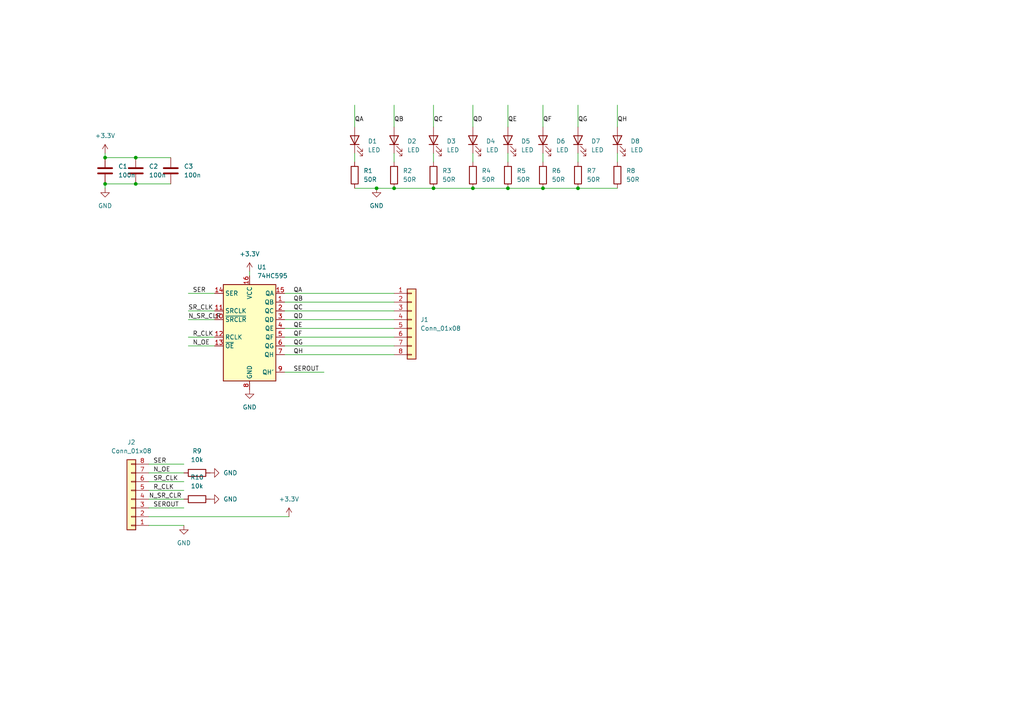
<source format=kicad_sch>
(kicad_sch (version 20230121) (generator eeschema)

  (uuid 9cdf4ec0-1987-41af-894d-e9db28a7c24e)

  (paper "A4")

  (lib_symbols
    (symbol "74xx:74HC595" (in_bom yes) (on_board yes)
      (property "Reference" "U" (at -7.62 13.97 0)
        (effects (font (size 1.27 1.27)))
      )
      (property "Value" "74HC595" (at -7.62 -16.51 0)
        (effects (font (size 1.27 1.27)))
      )
      (property "Footprint" "" (at 0 0 0)
        (effects (font (size 1.27 1.27)) hide)
      )
      (property "Datasheet" "http://www.ti.com/lit/ds/symlink/sn74hc595.pdf" (at 0 0 0)
        (effects (font (size 1.27 1.27)) hide)
      )
      (property "ki_keywords" "HCMOS SR 3State" (at 0 0 0)
        (effects (font (size 1.27 1.27)) hide)
      )
      (property "ki_description" "8-bit serial in/out Shift Register 3-State Outputs" (at 0 0 0)
        (effects (font (size 1.27 1.27)) hide)
      )
      (property "ki_fp_filters" "DIP*W7.62mm* SOIC*3.9x9.9mm*P1.27mm* TSSOP*4.4x5mm*P0.65mm* SOIC*5.3x10.2mm*P1.27mm* SOIC*7.5x10.3mm*P1.27mm*" (at 0 0 0)
        (effects (font (size 1.27 1.27)) hide)
      )
      (symbol "74HC595_1_0"
        (pin tri_state line (at 10.16 7.62 180) (length 2.54)
          (name "QB" (effects (font (size 1.27 1.27))))
          (number "1" (effects (font (size 1.27 1.27))))
        )
        (pin input line (at -10.16 2.54 0) (length 2.54)
          (name "~{SRCLR}" (effects (font (size 1.27 1.27))))
          (number "10" (effects (font (size 1.27 1.27))))
        )
        (pin input line (at -10.16 5.08 0) (length 2.54)
          (name "SRCLK" (effects (font (size 1.27 1.27))))
          (number "11" (effects (font (size 1.27 1.27))))
        )
        (pin input line (at -10.16 -2.54 0) (length 2.54)
          (name "RCLK" (effects (font (size 1.27 1.27))))
          (number "12" (effects (font (size 1.27 1.27))))
        )
        (pin input line (at -10.16 -5.08 0) (length 2.54)
          (name "~{OE}" (effects (font (size 1.27 1.27))))
          (number "13" (effects (font (size 1.27 1.27))))
        )
        (pin input line (at -10.16 10.16 0) (length 2.54)
          (name "SER" (effects (font (size 1.27 1.27))))
          (number "14" (effects (font (size 1.27 1.27))))
        )
        (pin tri_state line (at 10.16 10.16 180) (length 2.54)
          (name "QA" (effects (font (size 1.27 1.27))))
          (number "15" (effects (font (size 1.27 1.27))))
        )
        (pin power_in line (at 0 15.24 270) (length 2.54)
          (name "VCC" (effects (font (size 1.27 1.27))))
          (number "16" (effects (font (size 1.27 1.27))))
        )
        (pin tri_state line (at 10.16 5.08 180) (length 2.54)
          (name "QC" (effects (font (size 1.27 1.27))))
          (number "2" (effects (font (size 1.27 1.27))))
        )
        (pin tri_state line (at 10.16 2.54 180) (length 2.54)
          (name "QD" (effects (font (size 1.27 1.27))))
          (number "3" (effects (font (size 1.27 1.27))))
        )
        (pin tri_state line (at 10.16 0 180) (length 2.54)
          (name "QE" (effects (font (size 1.27 1.27))))
          (number "4" (effects (font (size 1.27 1.27))))
        )
        (pin tri_state line (at 10.16 -2.54 180) (length 2.54)
          (name "QF" (effects (font (size 1.27 1.27))))
          (number "5" (effects (font (size 1.27 1.27))))
        )
        (pin tri_state line (at 10.16 -5.08 180) (length 2.54)
          (name "QG" (effects (font (size 1.27 1.27))))
          (number "6" (effects (font (size 1.27 1.27))))
        )
        (pin tri_state line (at 10.16 -7.62 180) (length 2.54)
          (name "QH" (effects (font (size 1.27 1.27))))
          (number "7" (effects (font (size 1.27 1.27))))
        )
        (pin power_in line (at 0 -17.78 90) (length 2.54)
          (name "GND" (effects (font (size 1.27 1.27))))
          (number "8" (effects (font (size 1.27 1.27))))
        )
        (pin output line (at 10.16 -12.7 180) (length 2.54)
          (name "QH'" (effects (font (size 1.27 1.27))))
          (number "9" (effects (font (size 1.27 1.27))))
        )
      )
      (symbol "74HC595_1_1"
        (rectangle (start -7.62 12.7) (end 7.62 -15.24)
          (stroke (width 0.254) (type default))
          (fill (type background))
        )
      )
    )
    (symbol "Connector_Generic:Conn_01x08" (pin_names (offset 1.016) hide) (in_bom yes) (on_board yes)
      (property "Reference" "J" (at 0 10.16 0)
        (effects (font (size 1.27 1.27)))
      )
      (property "Value" "Conn_01x08" (at 0 -12.7 0)
        (effects (font (size 1.27 1.27)))
      )
      (property "Footprint" "" (at 0 0 0)
        (effects (font (size 1.27 1.27)) hide)
      )
      (property "Datasheet" "~" (at 0 0 0)
        (effects (font (size 1.27 1.27)) hide)
      )
      (property "ki_keywords" "connector" (at 0 0 0)
        (effects (font (size 1.27 1.27)) hide)
      )
      (property "ki_description" "Generic connector, single row, 01x08, script generated (kicad-library-utils/schlib/autogen/connector/)" (at 0 0 0)
        (effects (font (size 1.27 1.27)) hide)
      )
      (property "ki_fp_filters" "Connector*:*_1x??_*" (at 0 0 0)
        (effects (font (size 1.27 1.27)) hide)
      )
      (symbol "Conn_01x08_1_1"
        (rectangle (start -1.27 -10.033) (end 0 -10.287)
          (stroke (width 0.1524) (type default))
          (fill (type none))
        )
        (rectangle (start -1.27 -7.493) (end 0 -7.747)
          (stroke (width 0.1524) (type default))
          (fill (type none))
        )
        (rectangle (start -1.27 -4.953) (end 0 -5.207)
          (stroke (width 0.1524) (type default))
          (fill (type none))
        )
        (rectangle (start -1.27 -2.413) (end 0 -2.667)
          (stroke (width 0.1524) (type default))
          (fill (type none))
        )
        (rectangle (start -1.27 0.127) (end 0 -0.127)
          (stroke (width 0.1524) (type default))
          (fill (type none))
        )
        (rectangle (start -1.27 2.667) (end 0 2.413)
          (stroke (width 0.1524) (type default))
          (fill (type none))
        )
        (rectangle (start -1.27 5.207) (end 0 4.953)
          (stroke (width 0.1524) (type default))
          (fill (type none))
        )
        (rectangle (start -1.27 7.747) (end 0 7.493)
          (stroke (width 0.1524) (type default))
          (fill (type none))
        )
        (rectangle (start -1.27 8.89) (end 1.27 -11.43)
          (stroke (width 0.254) (type default))
          (fill (type background))
        )
        (pin passive line (at -5.08 7.62 0) (length 3.81)
          (name "Pin_1" (effects (font (size 1.27 1.27))))
          (number "1" (effects (font (size 1.27 1.27))))
        )
        (pin passive line (at -5.08 5.08 0) (length 3.81)
          (name "Pin_2" (effects (font (size 1.27 1.27))))
          (number "2" (effects (font (size 1.27 1.27))))
        )
        (pin passive line (at -5.08 2.54 0) (length 3.81)
          (name "Pin_3" (effects (font (size 1.27 1.27))))
          (number "3" (effects (font (size 1.27 1.27))))
        )
        (pin passive line (at -5.08 0 0) (length 3.81)
          (name "Pin_4" (effects (font (size 1.27 1.27))))
          (number "4" (effects (font (size 1.27 1.27))))
        )
        (pin passive line (at -5.08 -2.54 0) (length 3.81)
          (name "Pin_5" (effects (font (size 1.27 1.27))))
          (number "5" (effects (font (size 1.27 1.27))))
        )
        (pin passive line (at -5.08 -5.08 0) (length 3.81)
          (name "Pin_6" (effects (font (size 1.27 1.27))))
          (number "6" (effects (font (size 1.27 1.27))))
        )
        (pin passive line (at -5.08 -7.62 0) (length 3.81)
          (name "Pin_7" (effects (font (size 1.27 1.27))))
          (number "7" (effects (font (size 1.27 1.27))))
        )
        (pin passive line (at -5.08 -10.16 0) (length 3.81)
          (name "Pin_8" (effects (font (size 1.27 1.27))))
          (number "8" (effects (font (size 1.27 1.27))))
        )
      )
    )
    (symbol "Device:C" (pin_numbers hide) (pin_names (offset 0.254)) (in_bom yes) (on_board yes)
      (property "Reference" "C" (at 0.635 2.54 0)
        (effects (font (size 1.27 1.27)) (justify left))
      )
      (property "Value" "C" (at 0.635 -2.54 0)
        (effects (font (size 1.27 1.27)) (justify left))
      )
      (property "Footprint" "" (at 0.9652 -3.81 0)
        (effects (font (size 1.27 1.27)) hide)
      )
      (property "Datasheet" "~" (at 0 0 0)
        (effects (font (size 1.27 1.27)) hide)
      )
      (property "ki_keywords" "cap capacitor" (at 0 0 0)
        (effects (font (size 1.27 1.27)) hide)
      )
      (property "ki_description" "Unpolarized capacitor" (at 0 0 0)
        (effects (font (size 1.27 1.27)) hide)
      )
      (property "ki_fp_filters" "C_*" (at 0 0 0)
        (effects (font (size 1.27 1.27)) hide)
      )
      (symbol "C_0_1"
        (polyline
          (pts
            (xy -2.032 -0.762)
            (xy 2.032 -0.762)
          )
          (stroke (width 0.508) (type default))
          (fill (type none))
        )
        (polyline
          (pts
            (xy -2.032 0.762)
            (xy 2.032 0.762)
          )
          (stroke (width 0.508) (type default))
          (fill (type none))
        )
      )
      (symbol "C_1_1"
        (pin passive line (at 0 3.81 270) (length 2.794)
          (name "~" (effects (font (size 1.27 1.27))))
          (number "1" (effects (font (size 1.27 1.27))))
        )
        (pin passive line (at 0 -3.81 90) (length 2.794)
          (name "~" (effects (font (size 1.27 1.27))))
          (number "2" (effects (font (size 1.27 1.27))))
        )
      )
    )
    (symbol "Device:LED" (pin_numbers hide) (pin_names (offset 1.016) hide) (in_bom yes) (on_board yes)
      (property "Reference" "D" (at 0 2.54 0)
        (effects (font (size 1.27 1.27)))
      )
      (property "Value" "LED" (at 0 -2.54 0)
        (effects (font (size 1.27 1.27)))
      )
      (property "Footprint" "" (at 0 0 0)
        (effects (font (size 1.27 1.27)) hide)
      )
      (property "Datasheet" "~" (at 0 0 0)
        (effects (font (size 1.27 1.27)) hide)
      )
      (property "ki_keywords" "LED diode" (at 0 0 0)
        (effects (font (size 1.27 1.27)) hide)
      )
      (property "ki_description" "Light emitting diode" (at 0 0 0)
        (effects (font (size 1.27 1.27)) hide)
      )
      (property "ki_fp_filters" "LED* LED_SMD:* LED_THT:*" (at 0 0 0)
        (effects (font (size 1.27 1.27)) hide)
      )
      (symbol "LED_0_1"
        (polyline
          (pts
            (xy -1.27 -1.27)
            (xy -1.27 1.27)
          )
          (stroke (width 0.254) (type default))
          (fill (type none))
        )
        (polyline
          (pts
            (xy -1.27 0)
            (xy 1.27 0)
          )
          (stroke (width 0) (type default))
          (fill (type none))
        )
        (polyline
          (pts
            (xy 1.27 -1.27)
            (xy 1.27 1.27)
            (xy -1.27 0)
            (xy 1.27 -1.27)
          )
          (stroke (width 0.254) (type default))
          (fill (type none))
        )
        (polyline
          (pts
            (xy -3.048 -0.762)
            (xy -4.572 -2.286)
            (xy -3.81 -2.286)
            (xy -4.572 -2.286)
            (xy -4.572 -1.524)
          )
          (stroke (width 0) (type default))
          (fill (type none))
        )
        (polyline
          (pts
            (xy -1.778 -0.762)
            (xy -3.302 -2.286)
            (xy -2.54 -2.286)
            (xy -3.302 -2.286)
            (xy -3.302 -1.524)
          )
          (stroke (width 0) (type default))
          (fill (type none))
        )
      )
      (symbol "LED_1_1"
        (pin passive line (at -3.81 0 0) (length 2.54)
          (name "K" (effects (font (size 1.27 1.27))))
          (number "1" (effects (font (size 1.27 1.27))))
        )
        (pin passive line (at 3.81 0 180) (length 2.54)
          (name "A" (effects (font (size 1.27 1.27))))
          (number "2" (effects (font (size 1.27 1.27))))
        )
      )
    )
    (symbol "Device:R" (pin_numbers hide) (pin_names (offset 0)) (in_bom yes) (on_board yes)
      (property "Reference" "R" (at 2.032 0 90)
        (effects (font (size 1.27 1.27)))
      )
      (property "Value" "R" (at 0 0 90)
        (effects (font (size 1.27 1.27)))
      )
      (property "Footprint" "" (at -1.778 0 90)
        (effects (font (size 1.27 1.27)) hide)
      )
      (property "Datasheet" "~" (at 0 0 0)
        (effects (font (size 1.27 1.27)) hide)
      )
      (property "ki_keywords" "R res resistor" (at 0 0 0)
        (effects (font (size 1.27 1.27)) hide)
      )
      (property "ki_description" "Resistor" (at 0 0 0)
        (effects (font (size 1.27 1.27)) hide)
      )
      (property "ki_fp_filters" "R_*" (at 0 0 0)
        (effects (font (size 1.27 1.27)) hide)
      )
      (symbol "R_0_1"
        (rectangle (start -1.016 -2.54) (end 1.016 2.54)
          (stroke (width 0.254) (type default))
          (fill (type none))
        )
      )
      (symbol "R_1_1"
        (pin passive line (at 0 3.81 270) (length 1.27)
          (name "~" (effects (font (size 1.27 1.27))))
          (number "1" (effects (font (size 1.27 1.27))))
        )
        (pin passive line (at 0 -3.81 90) (length 1.27)
          (name "~" (effects (font (size 1.27 1.27))))
          (number "2" (effects (font (size 1.27 1.27))))
        )
      )
    )
    (symbol "power:+3.3V" (power) (pin_names (offset 0)) (in_bom yes) (on_board yes)
      (property "Reference" "#PWR" (at 0 -3.81 0)
        (effects (font (size 1.27 1.27)) hide)
      )
      (property "Value" "+3.3V" (at 0 3.556 0)
        (effects (font (size 1.27 1.27)))
      )
      (property "Footprint" "" (at 0 0 0)
        (effects (font (size 1.27 1.27)) hide)
      )
      (property "Datasheet" "" (at 0 0 0)
        (effects (font (size 1.27 1.27)) hide)
      )
      (property "ki_keywords" "global power" (at 0 0 0)
        (effects (font (size 1.27 1.27)) hide)
      )
      (property "ki_description" "Power symbol creates a global label with name \"+3.3V\"" (at 0 0 0)
        (effects (font (size 1.27 1.27)) hide)
      )
      (symbol "+3.3V_0_1"
        (polyline
          (pts
            (xy -0.762 1.27)
            (xy 0 2.54)
          )
          (stroke (width 0) (type default))
          (fill (type none))
        )
        (polyline
          (pts
            (xy 0 0)
            (xy 0 2.54)
          )
          (stroke (width 0) (type default))
          (fill (type none))
        )
        (polyline
          (pts
            (xy 0 2.54)
            (xy 0.762 1.27)
          )
          (stroke (width 0) (type default))
          (fill (type none))
        )
      )
      (symbol "+3.3V_1_1"
        (pin power_in line (at 0 0 90) (length 0) hide
          (name "+3.3V" (effects (font (size 1.27 1.27))))
          (number "1" (effects (font (size 1.27 1.27))))
        )
      )
    )
    (symbol "power:GND" (power) (pin_names (offset 0)) (in_bom yes) (on_board yes)
      (property "Reference" "#PWR" (at 0 -6.35 0)
        (effects (font (size 1.27 1.27)) hide)
      )
      (property "Value" "GND" (at 0 -3.81 0)
        (effects (font (size 1.27 1.27)))
      )
      (property "Footprint" "" (at 0 0 0)
        (effects (font (size 1.27 1.27)) hide)
      )
      (property "Datasheet" "" (at 0 0 0)
        (effects (font (size 1.27 1.27)) hide)
      )
      (property "ki_keywords" "global power" (at 0 0 0)
        (effects (font (size 1.27 1.27)) hide)
      )
      (property "ki_description" "Power symbol creates a global label with name \"GND\" , ground" (at 0 0 0)
        (effects (font (size 1.27 1.27)) hide)
      )
      (symbol "GND_0_1"
        (polyline
          (pts
            (xy 0 0)
            (xy 0 -1.27)
            (xy 1.27 -1.27)
            (xy 0 -2.54)
            (xy -1.27 -1.27)
            (xy 0 -1.27)
          )
          (stroke (width 0) (type default))
          (fill (type none))
        )
      )
      (symbol "GND_1_1"
        (pin power_in line (at 0 0 270) (length 0) hide
          (name "GND" (effects (font (size 1.27 1.27))))
          (number "1" (effects (font (size 1.27 1.27))))
        )
      )
    )
  )

  (junction (at 167.64 54.61) (diameter 0) (color 0 0 0 0)
    (uuid 07f380e8-345c-45ec-b755-29b182e92f50)
  )
  (junction (at 125.73 54.61) (diameter 0) (color 0 0 0 0)
    (uuid 0faf14c6-1db7-4458-babe-9a7869fa988e)
  )
  (junction (at 39.37 53.34) (diameter 0) (color 0 0 0 0)
    (uuid 1fda0d5c-b8a0-434c-baff-d272451961ce)
  )
  (junction (at 30.48 45.72) (diameter 0) (color 0 0 0 0)
    (uuid 1ffe812e-dd89-4838-9603-2d3066225184)
  )
  (junction (at 114.3 54.61) (diameter 0) (color 0 0 0 0)
    (uuid 307bf0a9-3c17-4db8-8308-0dcf8a942038)
  )
  (junction (at 30.48 53.34) (diameter 0) (color 0 0 0 0)
    (uuid 6da7b7af-00bf-4c7d-9395-d3c5bb0af00c)
  )
  (junction (at 137.16 54.61) (diameter 0) (color 0 0 0 0)
    (uuid a54e4b79-1898-4ec4-b31d-ebaf24767778)
  )
  (junction (at 109.22 54.61) (diameter 0) (color 0 0 0 0)
    (uuid cbca58dc-39fb-4ba6-8041-c01608000119)
  )
  (junction (at 147.32 54.61) (diameter 0) (color 0 0 0 0)
    (uuid ccdec1f4-fa9f-4fed-bc38-eaa61479434e)
  )
  (junction (at 39.37 45.72) (diameter 0) (color 0 0 0 0)
    (uuid df99a7cb-5789-4a90-bae5-8f9ecd892e1b)
  )
  (junction (at 157.48 54.61) (diameter 0) (color 0 0 0 0)
    (uuid fa3f4009-062b-440f-a444-975876b587d5)
  )

  (wire (pts (xy 82.55 92.71) (xy 114.3 92.71))
    (stroke (width 0) (type default))
    (uuid 0268950f-3d08-46e3-bdc4-7c34e5543f28)
  )
  (wire (pts (xy 167.64 30.48) (xy 167.64 36.83))
    (stroke (width 0) (type default))
    (uuid 029795c9-d120-431d-8f7e-2a05e6068c68)
  )
  (wire (pts (xy 125.73 44.45) (xy 125.73 46.99))
    (stroke (width 0) (type default))
    (uuid 0fe5b9b9-2c55-42e7-9825-11d9c7164367)
  )
  (wire (pts (xy 43.18 142.24) (xy 53.34 142.24))
    (stroke (width 0) (type default))
    (uuid 19018f19-7125-4aca-b762-154422a1ca74)
  )
  (wire (pts (xy 54.61 92.71) (xy 62.23 92.71))
    (stroke (width 0) (type default))
    (uuid 19d148d8-dfee-4625-9b26-29a92f75acea)
  )
  (wire (pts (xy 137.16 44.45) (xy 137.16 46.99))
    (stroke (width 0) (type default))
    (uuid 1b6d3899-654a-4f23-a70a-5e0e51d3e8e0)
  )
  (wire (pts (xy 82.55 100.33) (xy 114.3 100.33))
    (stroke (width 0) (type default))
    (uuid 1bc7ec40-0ea2-4c8a-8cac-1fb4996e53ab)
  )
  (wire (pts (xy 137.16 30.48) (xy 137.16 36.83))
    (stroke (width 0) (type default))
    (uuid 23f26bbc-016d-42f2-890d-eca58ae4875e)
  )
  (wire (pts (xy 109.22 54.61) (xy 114.3 54.61))
    (stroke (width 0) (type default))
    (uuid 332d2554-d006-405d-9b17-7252fc86b39c)
  )
  (wire (pts (xy 147.32 54.61) (xy 157.48 54.61))
    (stroke (width 0) (type default))
    (uuid 35a6b18c-e95d-4735-9c7b-0fc32b4f4bb9)
  )
  (wire (pts (xy 43.18 139.7) (xy 53.34 139.7))
    (stroke (width 0) (type default))
    (uuid 36d2cac4-7466-4313-a0a8-615c40274a28)
  )
  (wire (pts (xy 72.39 78.74) (xy 72.39 80.01))
    (stroke (width 0) (type default))
    (uuid 3950b2b1-a143-4187-9eff-e6d906e9d8d0)
  )
  (wire (pts (xy 82.55 97.79) (xy 114.3 97.79))
    (stroke (width 0) (type default))
    (uuid 3e3e1f52-4b08-44ca-901e-432ada3f2749)
  )
  (wire (pts (xy 147.32 44.45) (xy 147.32 46.99))
    (stroke (width 0) (type default))
    (uuid 45256258-0f70-4d0c-b98b-737c23fb4e54)
  )
  (wire (pts (xy 30.48 53.34) (xy 30.48 54.61))
    (stroke (width 0) (type default))
    (uuid 4a3d6820-7e03-4171-98c1-186e2300d5bb)
  )
  (wire (pts (xy 179.07 30.48) (xy 179.07 36.83))
    (stroke (width 0) (type default))
    (uuid 526e636e-6b20-4cd4-bef8-082b9d8abc0e)
  )
  (wire (pts (xy 114.3 54.61) (xy 125.73 54.61))
    (stroke (width 0) (type default))
    (uuid 5670e383-01ea-4121-97e4-2deb1581d114)
  )
  (wire (pts (xy 30.48 45.72) (xy 30.48 44.45))
    (stroke (width 0) (type default))
    (uuid 59449ee6-5df0-4a2a-9870-8863d7c87670)
  )
  (wire (pts (xy 43.18 134.62) (xy 53.34 134.62))
    (stroke (width 0) (type default))
    (uuid 59fd66e9-1b28-418c-b5d5-6f66dd35613f)
  )
  (wire (pts (xy 82.55 107.95) (xy 93.98 107.95))
    (stroke (width 0) (type default))
    (uuid 5d5ec5c3-18fe-4499-80c3-9d47291eef76)
  )
  (wire (pts (xy 43.18 149.86) (xy 83.82 149.86))
    (stroke (width 0) (type default))
    (uuid 5f969469-ccf5-4e73-a1fa-d344919b3b43)
  )
  (wire (pts (xy 157.48 54.61) (xy 167.64 54.61))
    (stroke (width 0) (type default))
    (uuid 5fc1a020-a788-4ea6-b4e8-80453c76bf83)
  )
  (wire (pts (xy 54.61 90.17) (xy 62.23 90.17))
    (stroke (width 0) (type default))
    (uuid 61295359-2d7b-4b23-8f2d-9347f47c21e8)
  )
  (wire (pts (xy 54.61 97.79) (xy 62.23 97.79))
    (stroke (width 0) (type default))
    (uuid 6a22ac76-6cda-4846-a670-8222d161605d)
  )
  (wire (pts (xy 54.61 85.09) (xy 62.23 85.09))
    (stroke (width 0) (type default))
    (uuid 71cc78c0-c92f-41a7-8332-7d2a0b3ea45c)
  )
  (wire (pts (xy 157.48 30.48) (xy 157.48 36.83))
    (stroke (width 0) (type default))
    (uuid 7746acd9-0d73-4260-b540-718b8d689e38)
  )
  (wire (pts (xy 49.53 53.34) (xy 39.37 53.34))
    (stroke (width 0) (type default))
    (uuid 7f3550d2-309d-4ee2-a610-c1311e16e9a6)
  )
  (wire (pts (xy 114.3 44.45) (xy 114.3 46.99))
    (stroke (width 0) (type default))
    (uuid 7ff620eb-cc0c-46fd-b4d4-dfd10cf8af6a)
  )
  (wire (pts (xy 39.37 45.72) (xy 30.48 45.72))
    (stroke (width 0) (type default))
    (uuid 8006bf34-91a8-4bdf-8561-895447d02a6d)
  )
  (wire (pts (xy 102.87 30.48) (xy 102.87 36.83))
    (stroke (width 0) (type default))
    (uuid 8904e799-6339-4bd7-8556-918c735a75aa)
  )
  (wire (pts (xy 102.87 44.45) (xy 102.87 46.99))
    (stroke (width 0) (type default))
    (uuid 8a0758ff-ea18-4a8b-a5e1-ae15046cff40)
  )
  (wire (pts (xy 114.3 30.48) (xy 114.3 36.83))
    (stroke (width 0) (type default))
    (uuid 959c512e-d218-484a-8f57-6a2fa8747a4f)
  )
  (wire (pts (xy 43.18 144.78) (xy 53.34 144.78))
    (stroke (width 0) (type default))
    (uuid 979c8e71-7553-4f44-9220-4244e7bb0758)
  )
  (wire (pts (xy 82.55 85.09) (xy 114.3 85.09))
    (stroke (width 0) (type default))
    (uuid 9fc49859-d1d2-44ed-896f-0fce45a440e4)
  )
  (wire (pts (xy 43.18 147.32) (xy 53.34 147.32))
    (stroke (width 0) (type default))
    (uuid a30ac95e-0fb2-4563-ab69-2d4eec484d71)
  )
  (wire (pts (xy 167.64 54.61) (xy 179.07 54.61))
    (stroke (width 0) (type default))
    (uuid a66987f5-37f8-4ef9-8339-b6b5742290e6)
  )
  (wire (pts (xy 125.73 54.61) (xy 137.16 54.61))
    (stroke (width 0) (type default))
    (uuid a725b1f2-5690-45ad-bb89-563e3c9e5fd7)
  )
  (wire (pts (xy 49.53 45.72) (xy 39.37 45.72))
    (stroke (width 0) (type default))
    (uuid bd2db7e6-e6e2-44f9-b46f-c87c244142a8)
  )
  (wire (pts (xy 54.61 100.33) (xy 62.23 100.33))
    (stroke (width 0) (type default))
    (uuid bd624b45-c6ee-4194-be48-9d96827a2415)
  )
  (wire (pts (xy 43.18 137.16) (xy 53.34 137.16))
    (stroke (width 0) (type default))
    (uuid c0bb6ce1-8ca0-4333-9a7b-6ea02c2be345)
  )
  (wire (pts (xy 43.18 152.4) (xy 53.34 152.4))
    (stroke (width 0) (type default))
    (uuid c2d41620-0220-4703-b955-bfd44ad879d4)
  )
  (wire (pts (xy 125.73 30.48) (xy 125.73 36.83))
    (stroke (width 0) (type default))
    (uuid c577c9ff-4f5c-4f8e-a70a-923df55acd77)
  )
  (wire (pts (xy 82.55 95.25) (xy 114.3 95.25))
    (stroke (width 0) (type default))
    (uuid c7ea1f6f-69b8-400c-acb3-cfc1b0d3c551)
  )
  (wire (pts (xy 167.64 44.45) (xy 167.64 46.99))
    (stroke (width 0) (type default))
    (uuid c90622db-d964-4c1a-9a7e-a705dea7c41f)
  )
  (wire (pts (xy 137.16 54.61) (xy 147.32 54.61))
    (stroke (width 0) (type default))
    (uuid cd79b0f4-55c7-443e-9248-2f427bd2061f)
  )
  (wire (pts (xy 102.87 54.61) (xy 109.22 54.61))
    (stroke (width 0) (type default))
    (uuid dd70ee7a-3ccf-48f8-9222-89fb86684098)
  )
  (wire (pts (xy 82.55 87.63) (xy 114.3 87.63))
    (stroke (width 0) (type default))
    (uuid e60ac069-e06c-4f19-9c93-d01b262f1182)
  )
  (wire (pts (xy 147.32 30.48) (xy 147.32 36.83))
    (stroke (width 0) (type default))
    (uuid e6d0daec-9686-43e2-8c2b-e8e219a60ff7)
  )
  (wire (pts (xy 82.55 102.87) (xy 114.3 102.87))
    (stroke (width 0) (type default))
    (uuid ee3fe12e-ec26-4d02-91ee-fe4dd0c93f86)
  )
  (wire (pts (xy 179.07 44.45) (xy 179.07 46.99))
    (stroke (width 0) (type default))
    (uuid f2438a18-8754-4ed1-8c6f-19208958c820)
  )
  (wire (pts (xy 82.55 90.17) (xy 114.3 90.17))
    (stroke (width 0) (type default))
    (uuid f42979b3-aa29-4afd-b7d5-41cb57942d45)
  )
  (wire (pts (xy 39.37 53.34) (xy 30.48 53.34))
    (stroke (width 0) (type default))
    (uuid f8358ad6-eaac-4887-be9b-339ab0e2b424)
  )
  (wire (pts (xy 157.48 44.45) (xy 157.48 46.99))
    (stroke (width 0) (type default))
    (uuid f8ccc00c-1547-4ff2-864f-c07a859193bd)
  )

  (label "SR_CLK" (at 44.45 139.7 0) (fields_autoplaced)
    (effects (font (size 1.27 1.27)) (justify left bottom))
    (uuid 004967dd-3820-4126-ac86-2f044fb88071)
  )
  (label "QC" (at 85.09 90.17 0) (fields_autoplaced)
    (effects (font (size 1.27 1.27)) (justify left bottom))
    (uuid 04b7752e-3aac-4ded-b449-bd31f484237d)
  )
  (label "N_SR_CLR" (at 43.18 144.78 0) (fields_autoplaced)
    (effects (font (size 1.27 1.27)) (justify left bottom))
    (uuid 077aec61-37a9-44be-b61c-56e4cb90049d)
  )
  (label "QG" (at 85.09 100.33 0) (fields_autoplaced)
    (effects (font (size 1.27 1.27)) (justify left bottom))
    (uuid 0b5d512d-dd0a-460d-9f31-f0e507f4a7af)
  )
  (label "QE" (at 147.32 35.56 0) (fields_autoplaced)
    (effects (font (size 1.27 1.27)) (justify left bottom))
    (uuid 19eb7c9d-8738-4095-9f00-fd21fa2f181c)
  )
  (label "SEROUT" (at 44.45 147.32 0) (fields_autoplaced)
    (effects (font (size 1.27 1.27)) (justify left bottom))
    (uuid 2175b82d-2ec0-4889-80ba-954e5dfea5e6)
  )
  (label "N_OE" (at 55.88 100.33 0) (fields_autoplaced)
    (effects (font (size 1.27 1.27)) (justify left bottom))
    (uuid 2b362b1a-4788-4e1c-9f18-17528290fff0)
  )
  (label "SER" (at 55.88 85.09 0) (fields_autoplaced)
    (effects (font (size 1.27 1.27)) (justify left bottom))
    (uuid 33429334-5433-4f13-bfd3-4ffa04290418)
  )
  (label "QG" (at 167.64 35.56 0) (fields_autoplaced)
    (effects (font (size 1.27 1.27)) (justify left bottom))
    (uuid 3b4b5806-06c4-4f9c-857b-3b938c14a2da)
  )
  (label "QC" (at 125.73 35.56 0) (fields_autoplaced)
    (effects (font (size 1.27 1.27)) (justify left bottom))
    (uuid 3e991c7d-72a3-4595-9df9-2e9eda964391)
  )
  (label "QF" (at 85.09 97.79 0) (fields_autoplaced)
    (effects (font (size 1.27 1.27)) (justify left bottom))
    (uuid 40cd3866-05ff-43fb-825c-811ad5d41e14)
  )
  (label "QF" (at 157.48 35.56 0) (fields_autoplaced)
    (effects (font (size 1.27 1.27)) (justify left bottom))
    (uuid 427e87d8-cce9-4fbf-8510-74c915b08711)
  )
  (label "SR_CLK" (at 54.61 90.17 0) (fields_autoplaced)
    (effects (font (size 1.27 1.27)) (justify left bottom))
    (uuid 439ecaf1-3625-465f-9157-5ef1f70749c9)
  )
  (label "QA" (at 85.09 85.09 0) (fields_autoplaced)
    (effects (font (size 1.27 1.27)) (justify left bottom))
    (uuid 548ebbd5-af42-4449-953d-322281ec751f)
  )
  (label "QB" (at 85.09 87.63 0) (fields_autoplaced)
    (effects (font (size 1.27 1.27)) (justify left bottom))
    (uuid 5df3c735-1996-4b6a-8d89-8ed087599a2f)
  )
  (label "QA" (at 102.87 35.56 0) (fields_autoplaced)
    (effects (font (size 1.27 1.27)) (justify left bottom))
    (uuid 6a08a0be-91a4-487f-bad1-e45b77a52bdb)
  )
  (label "QD" (at 137.16 35.56 0) (fields_autoplaced)
    (effects (font (size 1.27 1.27)) (justify left bottom))
    (uuid 6f094bb4-20e9-48a7-8a8d-d3fd7d9c62e0)
  )
  (label "N_SR_CLR" (at 54.61 92.71 0) (fields_autoplaced)
    (effects (font (size 1.27 1.27)) (justify left bottom))
    (uuid 83c8e86c-d766-4785-8cec-ea0c8f278eab)
  )
  (label "R_CLK" (at 55.88 97.79 0) (fields_autoplaced)
    (effects (font (size 1.27 1.27)) (justify left bottom))
    (uuid a807fe8c-5dd1-48b6-8a8c-de58d2248eb3)
  )
  (label "N_OE" (at 44.45 137.16 0) (fields_autoplaced)
    (effects (font (size 1.27 1.27)) (justify left bottom))
    (uuid ab46eebb-b7b5-43e2-b4af-9179b46293b3)
  )
  (label "SER" (at 44.45 134.62 0) (fields_autoplaced)
    (effects (font (size 1.27 1.27)) (justify left bottom))
    (uuid ab6352c7-2d2e-4f9e-a414-b96afcde488e)
  )
  (label "QB" (at 114.3 35.56 0) (fields_autoplaced)
    (effects (font (size 1.27 1.27)) (justify left bottom))
    (uuid b25b6791-5766-4663-ab8a-2b55a18a87da)
  )
  (label "QH" (at 179.07 35.56 0) (fields_autoplaced)
    (effects (font (size 1.27 1.27)) (justify left bottom))
    (uuid c0215d6c-7db4-4d05-a00e-0a2de56958a5)
  )
  (label "SEROUT" (at 85.09 107.95 0) (fields_autoplaced)
    (effects (font (size 1.27 1.27)) (justify left bottom))
    (uuid df41ed86-a260-4ba8-b33a-5449650848e4)
  )
  (label "QE" (at 85.09 95.25 0) (fields_autoplaced)
    (effects (font (size 1.27 1.27)) (justify left bottom))
    (uuid e0f5f82c-b0b0-497f-8a1c-cf1deb204732)
  )
  (label "QH" (at 85.09 102.87 0) (fields_autoplaced)
    (effects (font (size 1.27 1.27)) (justify left bottom))
    (uuid e3574ea7-5631-47b4-8ee6-c827c25d0e31)
  )
  (label "QD" (at 85.09 92.71 0) (fields_autoplaced)
    (effects (font (size 1.27 1.27)) (justify left bottom))
    (uuid edf8cf8a-06a5-46df-a524-f72d45cb9bd0)
  )
  (label "R_CLK" (at 44.45 142.24 0) (fields_autoplaced)
    (effects (font (size 1.27 1.27)) (justify left bottom))
    (uuid f19b1c4b-85ee-4845-99fd-31f7d2bb482d)
  )

  (symbol (lib_id "Connector_Generic:Conn_01x08") (at 119.38 92.71 0) (unit 1)
    (in_bom yes) (on_board yes) (dnp no) (fields_autoplaced)
    (uuid 01b82a84-b490-4437-9ccf-458c5a543bb6)
    (property "Reference" "J1" (at 121.92 92.71 0)
      (effects (font (size 1.27 1.27)) (justify left))
    )
    (property "Value" "Conn_01x08" (at 121.92 95.25 0)
      (effects (font (size 1.27 1.27)) (justify left))
    )
    (property "Footprint" "Connector_PinHeader_2.54mm:PinHeader_1x08_P2.54mm_Vertical" (at 119.38 92.71 0)
      (effects (font (size 1.27 1.27)) hide)
    )
    (property "Datasheet" "~" (at 119.38 92.71 0)
      (effects (font (size 1.27 1.27)) hide)
    )
    (pin "1" (uuid b9231424-f270-44d5-9d16-3b2da87cfe69))
    (pin "2" (uuid f38dd193-14b3-4021-baf3-c98f5875c792))
    (pin "3" (uuid 7dc74abf-f16c-453a-964c-bc0249cf9d08))
    (pin "4" (uuid b9455b66-78c8-4a78-9942-726a772c487d))
    (pin "5" (uuid f3c97feb-744f-45ec-83af-4ab98f4ac9a1))
    (pin "6" (uuid 564f6dd7-582b-44eb-8b50-f922a9abe44d))
    (pin "7" (uuid 803454d7-1aeb-4748-88ec-1642b9775ffa))
    (pin "8" (uuid 24c61f66-28b7-4d5e-85f9-12c98c5560ea))
    (instances
      (project "test_sr"
        (path "/9cdf4ec0-1987-41af-894d-e9db28a7c24e"
          (reference "J1") (unit 1)
        )
      )
    )
  )

  (symbol (lib_id "Device:LED") (at 125.73 40.64 90) (unit 1)
    (in_bom yes) (on_board yes) (dnp no) (fields_autoplaced)
    (uuid 11e8253f-fc41-4989-a76d-3f03eba3e0be)
    (property "Reference" "D3" (at 129.54 40.9575 90)
      (effects (font (size 1.27 1.27)) (justify right))
    )
    (property "Value" "LED" (at 129.54 43.4975 90)
      (effects (font (size 1.27 1.27)) (justify right))
    )
    (property "Footprint" "LED_SMD:LED_0603_1608Metric" (at 125.73 40.64 0)
      (effects (font (size 1.27 1.27)) hide)
    )
    (property "Datasheet" "~" (at 125.73 40.64 0)
      (effects (font (size 1.27 1.27)) hide)
    )
    (property "LCSC" "C72041" (at 129.54 40.9575 0)
      (effects (font (size 1.27 1.27)) hide)
    )
    (pin "1" (uuid c34676db-d9cb-4e86-9a28-dcf52d31a865))
    (pin "2" (uuid cad88068-402f-46f8-9cd9-857a78bf132d))
    (instances
      (project "test_sr"
        (path "/9cdf4ec0-1987-41af-894d-e9db28a7c24e"
          (reference "D3") (unit 1)
        )
      )
    )
  )

  (symbol (lib_id "power:+3.3V") (at 30.48 44.45 0) (unit 1)
    (in_bom yes) (on_board yes) (dnp no) (fields_autoplaced)
    (uuid 130a319d-f36c-45b4-9b85-156540ff1b89)
    (property "Reference" "#PWR01" (at 30.48 48.26 0)
      (effects (font (size 1.27 1.27)) hide)
    )
    (property "Value" "+3.3V" (at 30.48 39.37 0)
      (effects (font (size 1.27 1.27)))
    )
    (property "Footprint" "" (at 30.48 44.45 0)
      (effects (font (size 1.27 1.27)) hide)
    )
    (property "Datasheet" "" (at 30.48 44.45 0)
      (effects (font (size 1.27 1.27)) hide)
    )
    (pin "1" (uuid 6db1f808-1d23-407d-830f-77824a51ca97))
    (instances
      (project "test_sr"
        (path "/9cdf4ec0-1987-41af-894d-e9db28a7c24e"
          (reference "#PWR01") (unit 1)
        )
      )
    )
  )

  (symbol (lib_id "Device:LED") (at 114.3 40.64 90) (unit 1)
    (in_bom yes) (on_board yes) (dnp no) (fields_autoplaced)
    (uuid 21a3dd47-f637-448a-b2d1-3cd57390fce7)
    (property "Reference" "D2" (at 118.11 40.9575 90)
      (effects (font (size 1.27 1.27)) (justify right))
    )
    (property "Value" "LED" (at 118.11 43.4975 90)
      (effects (font (size 1.27 1.27)) (justify right))
    )
    (property "Footprint" "LED_SMD:LED_0603_1608Metric" (at 114.3 40.64 0)
      (effects (font (size 1.27 1.27)) hide)
    )
    (property "Datasheet" "~" (at 114.3 40.64 0)
      (effects (font (size 1.27 1.27)) hide)
    )
    (property "LCSC" "C72041" (at 118.11 40.9575 0)
      (effects (font (size 1.27 1.27)) hide)
    )
    (pin "1" (uuid c77874c3-39ea-4319-bea7-48886ba37bac))
    (pin "2" (uuid 07deb435-ebfa-41c9-b11a-199c8001e18d))
    (instances
      (project "test_sr"
        (path "/9cdf4ec0-1987-41af-894d-e9db28a7c24e"
          (reference "D2") (unit 1)
        )
      )
    )
  )

  (symbol (lib_id "Device:R") (at 167.64 50.8 0) (unit 1)
    (in_bom yes) (on_board yes) (dnp no) (fields_autoplaced)
    (uuid 2d229267-eba9-4a24-99c0-1e2e75129d43)
    (property "Reference" "R7" (at 170.18 49.53 0)
      (effects (font (size 1.27 1.27)) (justify left))
    )
    (property "Value" "50R" (at 170.18 52.07 0)
      (effects (font (size 1.27 1.27)) (justify left))
    )
    (property "Footprint" "Resistor_SMD:R_0603_1608Metric" (at 165.862 50.8 90)
      (effects (font (size 1.27 1.27)) hide)
    )
    (property "Datasheet" "~" (at 167.64 50.8 0)
      (effects (font (size 1.27 1.27)) hide)
    )
    (property "LCSC" "C23197" (at 170.18 49.53 0)
      (effects (font (size 1.27 1.27)) hide)
    )
    (pin "1" (uuid 150034f3-9700-410d-82be-a6853c0448ed))
    (pin "2" (uuid 34d1233b-0655-4046-8572-5359d92f1bea))
    (instances
      (project "test_sr"
        (path "/9cdf4ec0-1987-41af-894d-e9db28a7c24e"
          (reference "R7") (unit 1)
        )
      )
    )
  )

  (symbol (lib_id "Device:R") (at 137.16 50.8 0) (unit 1)
    (in_bom yes) (on_board yes) (dnp no) (fields_autoplaced)
    (uuid 38378036-25d4-4c76-a92e-ee9d43ff12df)
    (property "Reference" "R4" (at 139.7 49.53 0)
      (effects (font (size 1.27 1.27)) (justify left))
    )
    (property "Value" "50R" (at 139.7 52.07 0)
      (effects (font (size 1.27 1.27)) (justify left))
    )
    (property "Footprint" "Resistor_SMD:R_0603_1608Metric" (at 135.382 50.8 90)
      (effects (font (size 1.27 1.27)) hide)
    )
    (property "Datasheet" "~" (at 137.16 50.8 0)
      (effects (font (size 1.27 1.27)) hide)
    )
    (property "LCSC" "C23197" (at 139.7 49.53 0)
      (effects (font (size 1.27 1.27)) hide)
    )
    (pin "1" (uuid 0b90eef4-1d15-4b78-9b35-d09ba86d0d3c))
    (pin "2" (uuid 813cc9cc-e3be-4e6b-bec6-70a9f01721a4))
    (instances
      (project "test_sr"
        (path "/9cdf4ec0-1987-41af-894d-e9db28a7c24e"
          (reference "R4") (unit 1)
        )
      )
    )
  )

  (symbol (lib_id "Device:LED") (at 102.87 40.64 90) (unit 1)
    (in_bom yes) (on_board yes) (dnp no) (fields_autoplaced)
    (uuid 4deceb33-11d3-4e79-a1c8-ea0136a789b7)
    (property "Reference" "D1" (at 106.68 40.9575 90)
      (effects (font (size 1.27 1.27)) (justify right))
    )
    (property "Value" "LED" (at 106.68 43.4975 90)
      (effects (font (size 1.27 1.27)) (justify right))
    )
    (property "Footprint" "LED_SMD:LED_0603_1608Metric" (at 102.87 40.64 0)
      (effects (font (size 1.27 1.27)) hide)
    )
    (property "Datasheet" "~" (at 102.87 40.64 0)
      (effects (font (size 1.27 1.27)) hide)
    )
    (property "LCSC" "C72041" (at 106.68 40.9575 0)
      (effects (font (size 1.27 1.27)) hide)
    )
    (pin "1" (uuid 2edb81d4-e6cf-4d25-9a90-30a76e065c83))
    (pin "2" (uuid 32ff6136-0a51-40ad-b0e9-33b353627419))
    (instances
      (project "test_sr"
        (path "/9cdf4ec0-1987-41af-894d-e9db28a7c24e"
          (reference "D1") (unit 1)
        )
      )
    )
  )

  (symbol (lib_id "Device:C") (at 39.37 49.53 0) (unit 1)
    (in_bom yes) (on_board yes) (dnp no) (fields_autoplaced)
    (uuid 53a64484-fcaa-438a-a351-dc06e562dd17)
    (property "Reference" "C2" (at 43.18 48.26 0)
      (effects (font (size 1.27 1.27)) (justify left))
    )
    (property "Value" "100n" (at 43.18 50.8 0)
      (effects (font (size 1.27 1.27)) (justify left))
    )
    (property "Footprint" "Capacitor_SMD:C_0603_1608Metric" (at 40.3352 53.34 0)
      (effects (font (size 1.27 1.27)) hide)
    )
    (property "Datasheet" "~" (at 39.37 49.53 0)
      (effects (font (size 1.27 1.27)) hide)
    )
    (property "LCSC" "C14663" (at 43.18 48.26 0)
      (effects (font (size 1.27 1.27)) hide)
    )
    (pin "1" (uuid 4bf25a01-260b-4101-8e40-6504dc5e6caf))
    (pin "2" (uuid 33901bea-4c25-4d25-8e88-a7b0d343f4ac))
    (instances
      (project "test_sr"
        (path "/9cdf4ec0-1987-41af-894d-e9db28a7c24e"
          (reference "C2") (unit 1)
        )
      )
    )
  )

  (symbol (lib_id "Connector_Generic:Conn_01x08") (at 38.1 144.78 180) (unit 1)
    (in_bom yes) (on_board yes) (dnp no) (fields_autoplaced)
    (uuid 675b9b88-3568-4e94-8e75-a83e718687b8)
    (property "Reference" "J2" (at 38.1 128.27 0)
      (effects (font (size 1.27 1.27)))
    )
    (property "Value" "Conn_01x08" (at 38.1 130.81 0)
      (effects (font (size 1.27 1.27)))
    )
    (property "Footprint" "Connector_PinHeader_2.54mm:PinHeader_1x08_P2.54mm_Vertical" (at 38.1 144.78 0)
      (effects (font (size 1.27 1.27)) hide)
    )
    (property "Datasheet" "~" (at 38.1 144.78 0)
      (effects (font (size 1.27 1.27)) hide)
    )
    (pin "1" (uuid bc87da77-dc1e-4ce2-839b-0459bee354a9))
    (pin "2" (uuid 772b556c-46ea-4a8e-8a36-f40ffa19c5c6))
    (pin "3" (uuid cd0b8c93-4cbd-4304-a0cb-a838d157577e))
    (pin "4" (uuid 657e6545-3676-4b1c-a496-cfa4f9102928))
    (pin "5" (uuid e5ebd047-45ff-42f1-b9f8-4a7f2bc1b077))
    (pin "6" (uuid 6b4e48d2-6a53-49e7-86dd-7dcff5f116f3))
    (pin "7" (uuid 11679673-9fa0-41a8-aec7-470c2cc5698d))
    (pin "8" (uuid c2af6374-eac9-4d41-9c64-3f5b37e4a191))
    (instances
      (project "test_sr"
        (path "/9cdf4ec0-1987-41af-894d-e9db28a7c24e"
          (reference "J2") (unit 1)
        )
      )
    )
  )

  (symbol (lib_id "power:GND") (at 30.48 54.61 0) (unit 1)
    (in_bom yes) (on_board yes) (dnp no) (fields_autoplaced)
    (uuid 6f5f1132-4044-468f-81f4-d291bf8fed94)
    (property "Reference" "#PWR02" (at 30.48 60.96 0)
      (effects (font (size 1.27 1.27)) hide)
    )
    (property "Value" "GND" (at 30.48 59.69 0)
      (effects (font (size 1.27 1.27)))
    )
    (property "Footprint" "" (at 30.48 54.61 0)
      (effects (font (size 1.27 1.27)) hide)
    )
    (property "Datasheet" "" (at 30.48 54.61 0)
      (effects (font (size 1.27 1.27)) hide)
    )
    (pin "1" (uuid d003b289-74f4-43b3-a4bd-b8ee1fe2dc29))
    (instances
      (project "test_sr"
        (path "/9cdf4ec0-1987-41af-894d-e9db28a7c24e"
          (reference "#PWR02") (unit 1)
        )
      )
    )
  )

  (symbol (lib_id "Device:C") (at 30.48 49.53 0) (unit 1)
    (in_bom yes) (on_board yes) (dnp no) (fields_autoplaced)
    (uuid 762d1999-c243-4144-b7a0-78fa981aac25)
    (property "Reference" "C1" (at 34.29 48.26 0)
      (effects (font (size 1.27 1.27)) (justify left))
    )
    (property "Value" "100n" (at 34.29 50.8 0)
      (effects (font (size 1.27 1.27)) (justify left))
    )
    (property "Footprint" "Capacitor_SMD:C_0603_1608Metric" (at 31.4452 53.34 0)
      (effects (font (size 1.27 1.27)) hide)
    )
    (property "Datasheet" "~" (at 30.48 49.53 0)
      (effects (font (size 1.27 1.27)) hide)
    )
    (property "LCSC" "C14663" (at 34.29 48.26 0)
      (effects (font (size 1.27 1.27)) hide)
    )
    (pin "1" (uuid b8eefe48-9bd6-4b77-90ed-2d71e09fda08))
    (pin "2" (uuid 35165fa4-bc84-42e7-86f2-fa9e7f36d345))
    (instances
      (project "test_sr"
        (path "/9cdf4ec0-1987-41af-894d-e9db28a7c24e"
          (reference "C1") (unit 1)
        )
      )
    )
  )

  (symbol (lib_id "Device:R") (at 125.73 50.8 0) (unit 1)
    (in_bom yes) (on_board yes) (dnp no) (fields_autoplaced)
    (uuid 7638b4b3-34c7-4e71-8e78-dfd2bb84dfdb)
    (property "Reference" "R3" (at 128.27 49.53 0)
      (effects (font (size 1.27 1.27)) (justify left))
    )
    (property "Value" "50R" (at 128.27 52.07 0)
      (effects (font (size 1.27 1.27)) (justify left))
    )
    (property "Footprint" "Resistor_SMD:R_0603_1608Metric" (at 123.952 50.8 90)
      (effects (font (size 1.27 1.27)) hide)
    )
    (property "Datasheet" "~" (at 125.73 50.8 0)
      (effects (font (size 1.27 1.27)) hide)
    )
    (property "LCSC" "C23197" (at 128.27 49.53 0)
      (effects (font (size 1.27 1.27)) hide)
    )
    (pin "1" (uuid e4b2b5e4-a17c-4d5c-880d-6a9a37a1d73a))
    (pin "2" (uuid b9b15534-17df-4a24-8fb2-c591bd1791b6))
    (instances
      (project "test_sr"
        (path "/9cdf4ec0-1987-41af-894d-e9db28a7c24e"
          (reference "R3") (unit 1)
        )
      )
    )
  )

  (symbol (lib_id "Device:C") (at 49.53 49.53 0) (unit 1)
    (in_bom yes) (on_board yes) (dnp no) (fields_autoplaced)
    (uuid 76fa9380-39c7-4986-b99a-a0f8c276c114)
    (property "Reference" "C3" (at 53.34 48.26 0)
      (effects (font (size 1.27 1.27)) (justify left))
    )
    (property "Value" "100n" (at 53.34 50.8 0)
      (effects (font (size 1.27 1.27)) (justify left))
    )
    (property "Footprint" "Capacitor_SMD:C_0603_1608Metric" (at 50.4952 53.34 0)
      (effects (font (size 1.27 1.27)) hide)
    )
    (property "Datasheet" "~" (at 49.53 49.53 0)
      (effects (font (size 1.27 1.27)) hide)
    )
    (property "LCSC" "C14663" (at 53.34 48.26 0)
      (effects (font (size 1.27 1.27)) hide)
    )
    (pin "1" (uuid 41d9e222-e194-45ac-9bf9-ae82a3fc4296))
    (pin "2" (uuid 3fceabcd-af64-403f-aa97-cfef07b734cb))
    (instances
      (project "test_sr"
        (path "/9cdf4ec0-1987-41af-894d-e9db28a7c24e"
          (reference "C3") (unit 1)
        )
      )
    )
  )

  (symbol (lib_id "Device:R") (at 114.3 50.8 0) (unit 1)
    (in_bom yes) (on_board yes) (dnp no) (fields_autoplaced)
    (uuid 783dc9ba-28b9-4524-b918-787882bcd3e6)
    (property "Reference" "R2" (at 116.84 49.53 0)
      (effects (font (size 1.27 1.27)) (justify left))
    )
    (property "Value" "50R" (at 116.84 52.07 0)
      (effects (font (size 1.27 1.27)) (justify left))
    )
    (property "Footprint" "Resistor_SMD:R_0603_1608Metric" (at 112.522 50.8 90)
      (effects (font (size 1.27 1.27)) hide)
    )
    (property "Datasheet" "~" (at 114.3 50.8 0)
      (effects (font (size 1.27 1.27)) hide)
    )
    (property "LCSC" "C23197" (at 116.84 49.53 0)
      (effects (font (size 1.27 1.27)) hide)
    )
    (pin "1" (uuid 7c0ad978-dba1-4353-b398-aa4f1ed5599c))
    (pin "2" (uuid 7efdd340-d415-43f3-ac50-755683da7052))
    (instances
      (project "test_sr"
        (path "/9cdf4ec0-1987-41af-894d-e9db28a7c24e"
          (reference "R2") (unit 1)
        )
      )
    )
  )

  (symbol (lib_id "power:+3.3V") (at 72.39 78.74 0) (unit 1)
    (in_bom yes) (on_board yes) (dnp no) (fields_autoplaced)
    (uuid 8074c18e-6eed-4357-ba13-531147b31bb1)
    (property "Reference" "#PWR05" (at 72.39 82.55 0)
      (effects (font (size 1.27 1.27)) hide)
    )
    (property "Value" "+3.3V" (at 72.39 73.66 0)
      (effects (font (size 1.27 1.27)))
    )
    (property "Footprint" "" (at 72.39 78.74 0)
      (effects (font (size 1.27 1.27)) hide)
    )
    (property "Datasheet" "" (at 72.39 78.74 0)
      (effects (font (size 1.27 1.27)) hide)
    )
    (pin "1" (uuid 3fe16cbe-eb8d-4ed9-9068-1575f590c98e))
    (instances
      (project "test_sr"
        (path "/9cdf4ec0-1987-41af-894d-e9db28a7c24e"
          (reference "#PWR05") (unit 1)
        )
      )
    )
  )

  (symbol (lib_id "power:GND") (at 60.96 144.78 90) (unit 1)
    (in_bom yes) (on_board yes) (dnp no) (fields_autoplaced)
    (uuid 8b498326-c8ae-4b0c-b6f2-ac340c82839a)
    (property "Reference" "#PWR08" (at 67.31 144.78 0)
      (effects (font (size 1.27 1.27)) hide)
    )
    (property "Value" "GND" (at 64.77 144.78 90)
      (effects (font (size 1.27 1.27)) (justify right))
    )
    (property "Footprint" "" (at 60.96 144.78 0)
      (effects (font (size 1.27 1.27)) hide)
    )
    (property "Datasheet" "" (at 60.96 144.78 0)
      (effects (font (size 1.27 1.27)) hide)
    )
    (pin "1" (uuid 53b58ab4-fc66-4bc7-9c3c-4a3abc84fb3b))
    (instances
      (project "test_sr"
        (path "/9cdf4ec0-1987-41af-894d-e9db28a7c24e"
          (reference "#PWR08") (unit 1)
        )
      )
    )
  )

  (symbol (lib_id "Device:R") (at 147.32 50.8 0) (unit 1)
    (in_bom yes) (on_board yes) (dnp no) (fields_autoplaced)
    (uuid 8ca23d2b-23df-42a3-9cd5-af3f4b9a1774)
    (property "Reference" "R5" (at 149.86 49.53 0)
      (effects (font (size 1.27 1.27)) (justify left))
    )
    (property "Value" "50R" (at 149.86 52.07 0)
      (effects (font (size 1.27 1.27)) (justify left))
    )
    (property "Footprint" "Resistor_SMD:R_0603_1608Metric" (at 145.542 50.8 90)
      (effects (font (size 1.27 1.27)) hide)
    )
    (property "Datasheet" "~" (at 147.32 50.8 0)
      (effects (font (size 1.27 1.27)) hide)
    )
    (property "LCSC" "C23197" (at 149.86 49.53 0)
      (effects (font (size 1.27 1.27)) hide)
    )
    (pin "1" (uuid db2ade87-cd81-48ad-9c31-0abef96c00c4))
    (pin "2" (uuid f40e0aa6-0f50-4be2-b5f4-39a771d992dd))
    (instances
      (project "test_sr"
        (path "/9cdf4ec0-1987-41af-894d-e9db28a7c24e"
          (reference "R5") (unit 1)
        )
      )
    )
  )

  (symbol (lib_id "Device:LED") (at 179.07 40.64 90) (unit 1)
    (in_bom yes) (on_board yes) (dnp no) (fields_autoplaced)
    (uuid 8d3d1205-c141-4bb2-aced-cd833b281317)
    (property "Reference" "D8" (at 182.88 40.9575 90)
      (effects (font (size 1.27 1.27)) (justify right))
    )
    (property "Value" "LED" (at 182.88 43.4975 90)
      (effects (font (size 1.27 1.27)) (justify right))
    )
    (property "Footprint" "LED_SMD:LED_0603_1608Metric" (at 179.07 40.64 0)
      (effects (font (size 1.27 1.27)) hide)
    )
    (property "Datasheet" "~" (at 179.07 40.64 0)
      (effects (font (size 1.27 1.27)) hide)
    )
    (property "LCSC" "C72041" (at 182.88 40.9575 0)
      (effects (font (size 1.27 1.27)) hide)
    )
    (pin "1" (uuid ac3623e8-441d-4e5c-85e1-e6c8ab0c1424))
    (pin "2" (uuid 8bd559a7-3468-45e6-a4de-725fd9e683b8))
    (instances
      (project "test_sr"
        (path "/9cdf4ec0-1987-41af-894d-e9db28a7c24e"
          (reference "D8") (unit 1)
        )
      )
    )
  )

  (symbol (lib_id "Device:R") (at 57.15 144.78 90) (unit 1)
    (in_bom yes) (on_board yes) (dnp no) (fields_autoplaced)
    (uuid 977ba1ae-d8ee-406a-a637-3bd6886b12fa)
    (property "Reference" "R10" (at 57.15 138.43 90)
      (effects (font (size 1.27 1.27)))
    )
    (property "Value" "10k" (at 57.15 140.97 90)
      (effects (font (size 1.27 1.27)))
    )
    (property "Footprint" "Resistor_SMD:R_0603_1608Metric" (at 57.15 146.558 90)
      (effects (font (size 1.27 1.27)) hide)
    )
    (property "Datasheet" "~" (at 57.15 144.78 0)
      (effects (font (size 1.27 1.27)) hide)
    )
    (property "LCSC" "C25804" (at 57.15 138.43 0)
      (effects (font (size 1.27 1.27)) hide)
    )
    (pin "1" (uuid 69029636-9486-4fba-831f-bdcbad1fe2bb))
    (pin "2" (uuid dd99f1e1-27d8-4073-8b82-bb6724178149))
    (instances
      (project "test_sr"
        (path "/9cdf4ec0-1987-41af-894d-e9db28a7c24e"
          (reference "R10") (unit 1)
        )
      )
    )
  )

  (symbol (lib_id "Device:LED") (at 147.32 40.64 90) (unit 1)
    (in_bom yes) (on_board yes) (dnp no) (fields_autoplaced)
    (uuid 98158e94-5996-4230-98d1-96ea900443d2)
    (property "Reference" "D5" (at 151.13 40.9575 90)
      (effects (font (size 1.27 1.27)) (justify right))
    )
    (property "Value" "LED" (at 151.13 43.4975 90)
      (effects (font (size 1.27 1.27)) (justify right))
    )
    (property "Footprint" "LED_SMD:LED_0603_1608Metric" (at 147.32 40.64 0)
      (effects (font (size 1.27 1.27)) hide)
    )
    (property "Datasheet" "~" (at 147.32 40.64 0)
      (effects (font (size 1.27 1.27)) hide)
    )
    (property "LCSC" "C72041" (at 151.13 40.9575 0)
      (effects (font (size 1.27 1.27)) hide)
    )
    (pin "1" (uuid bf6fee25-d257-45ff-92dd-af72115d8cff))
    (pin "2" (uuid 348707ea-e54b-4c48-990c-fce0dfe75641))
    (instances
      (project "test_sr"
        (path "/9cdf4ec0-1987-41af-894d-e9db28a7c24e"
          (reference "D5") (unit 1)
        )
      )
    )
  )

  (symbol (lib_id "Device:LED") (at 137.16 40.64 90) (unit 1)
    (in_bom yes) (on_board yes) (dnp no) (fields_autoplaced)
    (uuid a458e53f-7edb-4e55-b826-98f45e5264fa)
    (property "Reference" "D4" (at 140.97 40.9575 90)
      (effects (font (size 1.27 1.27)) (justify right))
    )
    (property "Value" "LED" (at 140.97 43.4975 90)
      (effects (font (size 1.27 1.27)) (justify right))
    )
    (property "Footprint" "LED_SMD:LED_0603_1608Metric" (at 137.16 40.64 0)
      (effects (font (size 1.27 1.27)) hide)
    )
    (property "Datasheet" "~" (at 137.16 40.64 0)
      (effects (font (size 1.27 1.27)) hide)
    )
    (property "LCSC" "C72041" (at 140.97 40.9575 0)
      (effects (font (size 1.27 1.27)) hide)
    )
    (pin "1" (uuid 46dc3abc-6284-4927-8afd-4656eb18de23))
    (pin "2" (uuid 04686ee3-57fe-4d9e-8323-28b778ec4fd3))
    (instances
      (project "test_sr"
        (path "/9cdf4ec0-1987-41af-894d-e9db28a7c24e"
          (reference "D4") (unit 1)
        )
      )
    )
  )

  (symbol (lib_id "Device:R") (at 57.15 137.16 90) (unit 1)
    (in_bom yes) (on_board yes) (dnp no) (fields_autoplaced)
    (uuid b47cea7e-bc88-4cd4-a677-5e6772612e62)
    (property "Reference" "R9" (at 57.15 130.81 90)
      (effects (font (size 1.27 1.27)))
    )
    (property "Value" "10k" (at 57.15 133.35 90)
      (effects (font (size 1.27 1.27)))
    )
    (property "Footprint" "Resistor_SMD:R_0603_1608Metric" (at 57.15 138.938 90)
      (effects (font (size 1.27 1.27)) hide)
    )
    (property "Datasheet" "~" (at 57.15 137.16 0)
      (effects (font (size 1.27 1.27)) hide)
    )
    (property "LCSC" "C25804" (at 57.15 130.81 0)
      (effects (font (size 1.27 1.27)) hide)
    )
    (pin "1" (uuid fcc24c07-72a4-4639-8fc0-c7d7acd26721))
    (pin "2" (uuid 57f0e335-5bd7-4460-b524-92c3d1c15c1f))
    (instances
      (project "test_sr"
        (path "/9cdf4ec0-1987-41af-894d-e9db28a7c24e"
          (reference "R9") (unit 1)
        )
      )
    )
  )

  (symbol (lib_id "power:GND") (at 60.96 137.16 90) (unit 1)
    (in_bom yes) (on_board yes) (dnp no) (fields_autoplaced)
    (uuid c77b1427-c117-4ea3-9737-8b0fd5c5211d)
    (property "Reference" "#PWR09" (at 67.31 137.16 0)
      (effects (font (size 1.27 1.27)) hide)
    )
    (property "Value" "GND" (at 64.77 137.16 90)
      (effects (font (size 1.27 1.27)) (justify right))
    )
    (property "Footprint" "" (at 60.96 137.16 0)
      (effects (font (size 1.27 1.27)) hide)
    )
    (property "Datasheet" "" (at 60.96 137.16 0)
      (effects (font (size 1.27 1.27)) hide)
    )
    (pin "1" (uuid 4edc9355-5bb2-4e67-a856-1907c48d3831))
    (instances
      (project "test_sr"
        (path "/9cdf4ec0-1987-41af-894d-e9db28a7c24e"
          (reference "#PWR09") (unit 1)
        )
      )
    )
  )

  (symbol (lib_id "Device:R") (at 102.87 50.8 0) (unit 1)
    (in_bom yes) (on_board yes) (dnp no) (fields_autoplaced)
    (uuid c7854471-e420-4d0f-af97-58e2c58f07a3)
    (property "Reference" "R1" (at 105.41 49.53 0)
      (effects (font (size 1.27 1.27)) (justify left))
    )
    (property "Value" "50R" (at 105.41 52.07 0)
      (effects (font (size 1.27 1.27)) (justify left))
    )
    (property "Footprint" "Resistor_SMD:R_0603_1608Metric" (at 101.092 50.8 90)
      (effects (font (size 1.27 1.27)) hide)
    )
    (property "Datasheet" "~" (at 102.87 50.8 0)
      (effects (font (size 1.27 1.27)) hide)
    )
    (property "LCSC" "C23197" (at 105.41 49.53 0)
      (effects (font (size 1.27 1.27)) hide)
    )
    (pin "1" (uuid b225f03e-9f3f-4055-b28d-6c75b09b97d6))
    (pin "2" (uuid b03da4e1-982b-492f-b7b8-d41603bd3f6c))
    (instances
      (project "test_sr"
        (path "/9cdf4ec0-1987-41af-894d-e9db28a7c24e"
          (reference "R1") (unit 1)
        )
      )
    )
  )

  (symbol (lib_id "Device:R") (at 179.07 50.8 0) (unit 1)
    (in_bom yes) (on_board yes) (dnp no) (fields_autoplaced)
    (uuid ce848ce5-fb17-4028-bd52-a85d17e9fea4)
    (property "Reference" "R8" (at 181.61 49.53 0)
      (effects (font (size 1.27 1.27)) (justify left))
    )
    (property "Value" "50R" (at 181.61 52.07 0)
      (effects (font (size 1.27 1.27)) (justify left))
    )
    (property "Footprint" "Resistor_SMD:R_0603_1608Metric" (at 177.292 50.8 90)
      (effects (font (size 1.27 1.27)) hide)
    )
    (property "Datasheet" "~" (at 179.07 50.8 0)
      (effects (font (size 1.27 1.27)) hide)
    )
    (property "LCSC" "C23197" (at 181.61 49.53 0)
      (effects (font (size 1.27 1.27)) hide)
    )
    (pin "1" (uuid 77ec57f2-a97a-4574-92a3-7d05d6d8c2fc))
    (pin "2" (uuid deeab7a6-0173-422a-8e8c-72b8d5d59dfe))
    (instances
      (project "test_sr"
        (path "/9cdf4ec0-1987-41af-894d-e9db28a7c24e"
          (reference "R8") (unit 1)
        )
      )
    )
  )

  (symbol (lib_id "power:GND") (at 109.22 54.61 0) (unit 1)
    (in_bom yes) (on_board yes) (dnp no) (fields_autoplaced)
    (uuid d177a177-e31a-414a-a13e-256c5bcfc620)
    (property "Reference" "#PWR03" (at 109.22 60.96 0)
      (effects (font (size 1.27 1.27)) hide)
    )
    (property "Value" "GND" (at 109.22 59.69 0)
      (effects (font (size 1.27 1.27)))
    )
    (property "Footprint" "" (at 109.22 54.61 0)
      (effects (font (size 1.27 1.27)) hide)
    )
    (property "Datasheet" "" (at 109.22 54.61 0)
      (effects (font (size 1.27 1.27)) hide)
    )
    (pin "1" (uuid 1a3eaf1f-427e-4d48-a8a9-a6c5105cbe0d))
    (instances
      (project "test_sr"
        (path "/9cdf4ec0-1987-41af-894d-e9db28a7c24e"
          (reference "#PWR03") (unit 1)
        )
      )
    )
  )

  (symbol (lib_id "Device:LED") (at 157.48 40.64 90) (unit 1)
    (in_bom yes) (on_board yes) (dnp no) (fields_autoplaced)
    (uuid d51cabaa-f469-4917-bcbf-ff1bd8b8d835)
    (property "Reference" "D6" (at 161.29 40.9575 90)
      (effects (font (size 1.27 1.27)) (justify right))
    )
    (property "Value" "LED" (at 161.29 43.4975 90)
      (effects (font (size 1.27 1.27)) (justify right))
    )
    (property "Footprint" "LED_SMD:LED_0603_1608Metric" (at 157.48 40.64 0)
      (effects (font (size 1.27 1.27)) hide)
    )
    (property "Datasheet" "~" (at 157.48 40.64 0)
      (effects (font (size 1.27 1.27)) hide)
    )
    (property "LCSC" "C72041" (at 161.29 40.9575 0)
      (effects (font (size 1.27 1.27)) hide)
    )
    (pin "1" (uuid faf9f601-6567-4fd2-af0d-d8ee459f2163))
    (pin "2" (uuid 05d50a1e-1874-49b8-aa44-58066a7376c5))
    (instances
      (project "test_sr"
        (path "/9cdf4ec0-1987-41af-894d-e9db28a7c24e"
          (reference "D6") (unit 1)
        )
      )
    )
  )

  (symbol (lib_id "Device:R") (at 157.48 50.8 0) (unit 1)
    (in_bom yes) (on_board yes) (dnp no) (fields_autoplaced)
    (uuid d9f39665-8477-4020-9c22-525544083e0b)
    (property "Reference" "R6" (at 160.02 49.53 0)
      (effects (font (size 1.27 1.27)) (justify left))
    )
    (property "Value" "50R" (at 160.02 52.07 0)
      (effects (font (size 1.27 1.27)) (justify left))
    )
    (property "Footprint" "Resistor_SMD:R_0603_1608Metric" (at 155.702 50.8 90)
      (effects (font (size 1.27 1.27)) hide)
    )
    (property "Datasheet" "~" (at 157.48 50.8 0)
      (effects (font (size 1.27 1.27)) hide)
    )
    (property "LCSC" "C23197" (at 160.02 49.53 0)
      (effects (font (size 1.27 1.27)) hide)
    )
    (pin "1" (uuid 1e5a14b1-8f6e-47c5-ad77-b95bc77355c1))
    (pin "2" (uuid 41c1be2d-6c69-47f4-ae71-301853661a66))
    (instances
      (project "test_sr"
        (path "/9cdf4ec0-1987-41af-894d-e9db28a7c24e"
          (reference "R6") (unit 1)
        )
      )
    )
  )

  (symbol (lib_id "power:GND") (at 53.34 152.4 0) (unit 1)
    (in_bom yes) (on_board yes) (dnp no) (fields_autoplaced)
    (uuid e05232d7-72a7-4062-a739-8ca6274f8809)
    (property "Reference" "#PWR07" (at 53.34 158.75 0)
      (effects (font (size 1.27 1.27)) hide)
    )
    (property "Value" "GND" (at 53.34 157.48 0)
      (effects (font (size 1.27 1.27)))
    )
    (property "Footprint" "" (at 53.34 152.4 0)
      (effects (font (size 1.27 1.27)) hide)
    )
    (property "Datasheet" "" (at 53.34 152.4 0)
      (effects (font (size 1.27 1.27)) hide)
    )
    (pin "1" (uuid c2b2f207-9785-46b0-ae60-1ed0a82f7dff))
    (instances
      (project "test_sr"
        (path "/9cdf4ec0-1987-41af-894d-e9db28a7c24e"
          (reference "#PWR07") (unit 1)
        )
      )
    )
  )

  (symbol (lib_id "74xx:74HC595") (at 72.39 95.25 0) (unit 1)
    (in_bom yes) (on_board yes) (dnp no) (fields_autoplaced)
    (uuid e2277e1e-ecd9-4320-ad9b-bb154dbd18a8)
    (property "Reference" "U1" (at 74.5841 77.47 0)
      (effects (font (size 1.27 1.27)) (justify left))
    )
    (property "Value" "74HC595" (at 74.5841 80.01 0)
      (effects (font (size 1.27 1.27)) (justify left))
    )
    (property "Footprint" "Package_SO:SOIC-16_4.55x10.3mm_P1.27mm" (at 72.39 95.25 0)
      (effects (font (size 1.27 1.27)) hide)
    )
    (property "Datasheet" "http://www.ti.com/lit/ds/symlink/sn74hc595.pdf" (at 72.39 95.25 0)
      (effects (font (size 1.27 1.27)) hide)
    )
    (property "LCSC" "C5947" (at 74.5841 77.47 0)
      (effects (font (size 1.27 1.27)) hide)
    )
    (pin "1" (uuid 3d960613-ef08-4b77-b0e8-7726f2f3170b))
    (pin "10" (uuid e25f69be-0966-412f-8eaa-17656feea6b4))
    (pin "11" (uuid 3e50d9db-3af7-4cf4-8076-1f49a3d52e70))
    (pin "12" (uuid 03a07b30-5d68-403d-923f-8046a476477a))
    (pin "13" (uuid fdf336dc-0690-4897-9d25-c085dcc43007))
    (pin "14" (uuid 32f508a7-b8d4-44dc-bb70-eba7b8f5e9f4))
    (pin "15" (uuid c6b820cf-668b-4383-93c1-63ffde8489c3))
    (pin "16" (uuid 5d4ce1bc-bba7-4b62-a88e-3dcf4e0a04e7))
    (pin "2" (uuid 0948739b-de4f-436d-9b88-4742bddf2796))
    (pin "3" (uuid 2562efb9-d31b-4ed9-a831-9906bdce9ec2))
    (pin "4" (uuid baf088b0-5876-4b8c-832a-3f942c1dee05))
    (pin "5" (uuid b2722131-a72d-4c2e-bbb3-f623e39d407c))
    (pin "6" (uuid 163525c1-f6f5-4033-a3c0-e360b71bbc4b))
    (pin "7" (uuid 370f48c8-5c73-43b8-992a-d852174836af))
    (pin "8" (uuid f042f998-4cb5-40bb-a7c9-98d95dd56a35))
    (pin "9" (uuid fb214285-5094-417f-990a-6226fbcdd1d8))
    (instances
      (project "test_sr"
        (path "/9cdf4ec0-1987-41af-894d-e9db28a7c24e"
          (reference "U1") (unit 1)
        )
      )
    )
  )

  (symbol (lib_id "power:GND") (at 72.39 113.03 0) (unit 1)
    (in_bom yes) (on_board yes) (dnp no) (fields_autoplaced)
    (uuid ed457b05-dc33-4372-9f91-b07607872abb)
    (property "Reference" "#PWR04" (at 72.39 119.38 0)
      (effects (font (size 1.27 1.27)) hide)
    )
    (property "Value" "GND" (at 72.39 118.11 0)
      (effects (font (size 1.27 1.27)))
    )
    (property "Footprint" "" (at 72.39 113.03 0)
      (effects (font (size 1.27 1.27)) hide)
    )
    (property "Datasheet" "" (at 72.39 113.03 0)
      (effects (font (size 1.27 1.27)) hide)
    )
    (pin "1" (uuid 4b7e1b3c-de55-414e-a5ef-89545713361a))
    (instances
      (project "test_sr"
        (path "/9cdf4ec0-1987-41af-894d-e9db28a7c24e"
          (reference "#PWR04") (unit 1)
        )
      )
    )
  )

  (symbol (lib_id "power:+3.3V") (at 83.82 149.86 0) (unit 1)
    (in_bom yes) (on_board yes) (dnp no) (fields_autoplaced)
    (uuid eee56534-4847-40a6-9aaa-ad4d788c0b78)
    (property "Reference" "#PWR06" (at 83.82 153.67 0)
      (effects (font (size 1.27 1.27)) hide)
    )
    (property "Value" "+3.3V" (at 83.82 144.78 0)
      (effects (font (size 1.27 1.27)))
    )
    (property "Footprint" "" (at 83.82 149.86 0)
      (effects (font (size 1.27 1.27)) hide)
    )
    (property "Datasheet" "" (at 83.82 149.86 0)
      (effects (font (size 1.27 1.27)) hide)
    )
    (pin "1" (uuid db69f658-09f5-4abb-9d36-5d116fcff853))
    (instances
      (project "test_sr"
        (path "/9cdf4ec0-1987-41af-894d-e9db28a7c24e"
          (reference "#PWR06") (unit 1)
        )
      )
    )
  )

  (symbol (lib_id "Device:LED") (at 167.64 40.64 90) (unit 1)
    (in_bom yes) (on_board yes) (dnp no) (fields_autoplaced)
    (uuid f7dd9b49-b573-4741-85f4-05daa0c4f890)
    (property "Reference" "D7" (at 171.45 40.9575 90)
      (effects (font (size 1.27 1.27)) (justify right))
    )
    (property "Value" "LED" (at 171.45 43.4975 90)
      (effects (font (size 1.27 1.27)) (justify right))
    )
    (property "Footprint" "LED_SMD:LED_0603_1608Metric" (at 167.64 40.64 0)
      (effects (font (size 1.27 1.27)) hide)
    )
    (property "Datasheet" "~" (at 167.64 40.64 0)
      (effects (font (size 1.27 1.27)) hide)
    )
    (property "LCSC" "C72041" (at 171.45 40.9575 0)
      (effects (font (size 1.27 1.27)) hide)
    )
    (pin "1" (uuid bedd11ea-5fca-4176-a717-e20d5322172f))
    (pin "2" (uuid 19da0114-d848-40a0-a126-6d319d81a875))
    (instances
      (project "test_sr"
        (path "/9cdf4ec0-1987-41af-894d-e9db28a7c24e"
          (reference "D7") (unit 1)
        )
      )
    )
  )

  (sheet_instances
    (path "/" (page "1"))
  )
)

</source>
